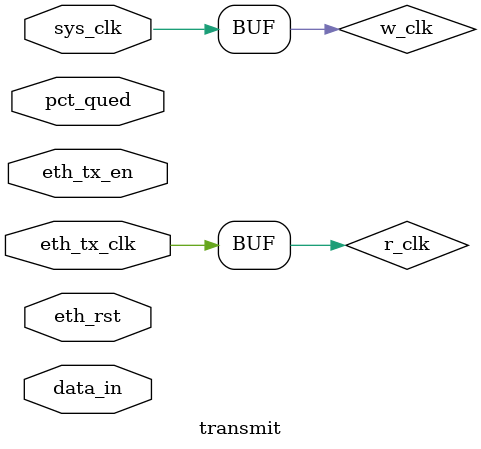
<source format=sv>

module transmit 
#(
    parameter GMII = 1, 
    parameter SIZE = (1522+4)*2, 
    parameter WIDTH = 8
)(
input            sys_clk,       

// Ethernet Signals
input            eth_tx_clk,          // Ethernet transmit clock
input            eth_tx_en,           // Ethernet transmit enable
input            eth_rst,             // Ethernet module reset

// Buffer_ready control
input [WIDTH-1:0] data_in,
input pct_qued
);

// Mac addresses parameters are saved as big endian 
// in byte little endian in bit level

// Destination MAC = x02\x35\x28\xfb\xdd\x66
localparam [47:0] destination_mac_addr =  48'h40ac14dfbb66;
// Source Mac      = \x07\x22\x27\xac\xdb\x65
localparam [47:0] source_mac_addr      =  48'he044e435dba6;

// Dump waveforms with makefile
`ifdef COCOTB_SIM
initial begin
    $dumpfile("sim.vcd");
    $dumpvars(0,transmit);
end    
`endif

logic [WIDTH-1:0] buf_data_out;   // Data wire            Fifo --> Ethernet
logic [1:0] bf_out_buffer_ready;  // Payload counter for  Ethernet <--> Buf_Ready <-- Fifo
logic bf_in_r_en;                 // Buffer read          Ethernet --> Fifo

encapsulation #(
    .destination_mac_addr(destination_mac_addr),
    .source_mac_addr(source_mac_addr)
)encapsulation(
    // Buffer signals
    .ff_out_data_in(buf_data_out),

    // Buffer_ready control
    .bf_out_buffer_ready(bf_out_buffer_ready), 
    .bf_in_pct_txed(bf_in_pct_txed),
    .bf_in_r_en(bf_in_r_en),
    
    // System Signal
    .eth_tx_clk(eth_tx_clk),
    .eth_tx_en(eth_tx_en),
    .rst(eth_rst),
    .clk(sys_clk)
);

localparam PTR_LEN =  $clog2(SIZE);

wire r_clk;                     // Async fifo read clock
wire w_clk;                     // Async fifo write clock
wire fifo_rst;                  // Asynch fifo reset
assign r_clk = eth_tx_clk;
assign w_clk = sys_clk;
assign fifo_nrst = ~(eth_rst);

async_fifo  #( 
    .SIZE(SIZE),
    .WIDTH(WIDTH),
    .PTR_LEN(PTR_LEN)
)async_fifo (
    // System Signal
    .arst_n(fifo_nrst),
    .wclk(sys_clk),
    .rclk(r_clk),
   
   // External Signals
    .r_en(bf_in_r_en),
    .w_en(w_en),
    .data_in(data_in),

    // Buffer signals
    .data_out(buf_data_out)
);


buf_ready buf_ready (
    // Buffer_ready control signals
    .bf_in_pct_qued(bf_in_pct_qued),
    .bf_in_pct_txed(bf_in_pct_txed),
    .eth_tx_clk(eth_tx_clk),
    .bf_out_buffer_ready(bf_out_buffer_ready),
    .rst(eth_rst)
);

endmodule
</source>
